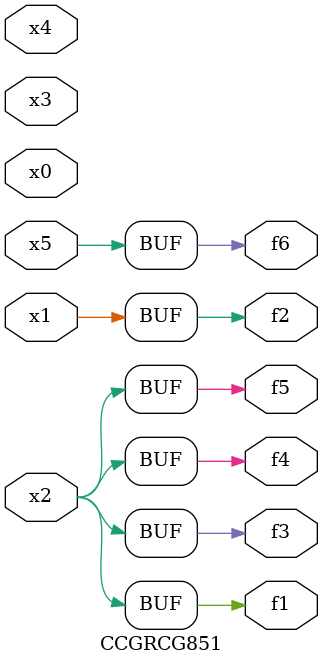
<source format=v>
module CCGRCG851(
	input x0, x1, x2, x3, x4, x5,
	output f1, f2, f3, f4, f5, f6
);
	assign f1 = x2;
	assign f2 = x1;
	assign f3 = x2;
	assign f4 = x2;
	assign f5 = x2;
	assign f6 = x5;
endmodule

</source>
